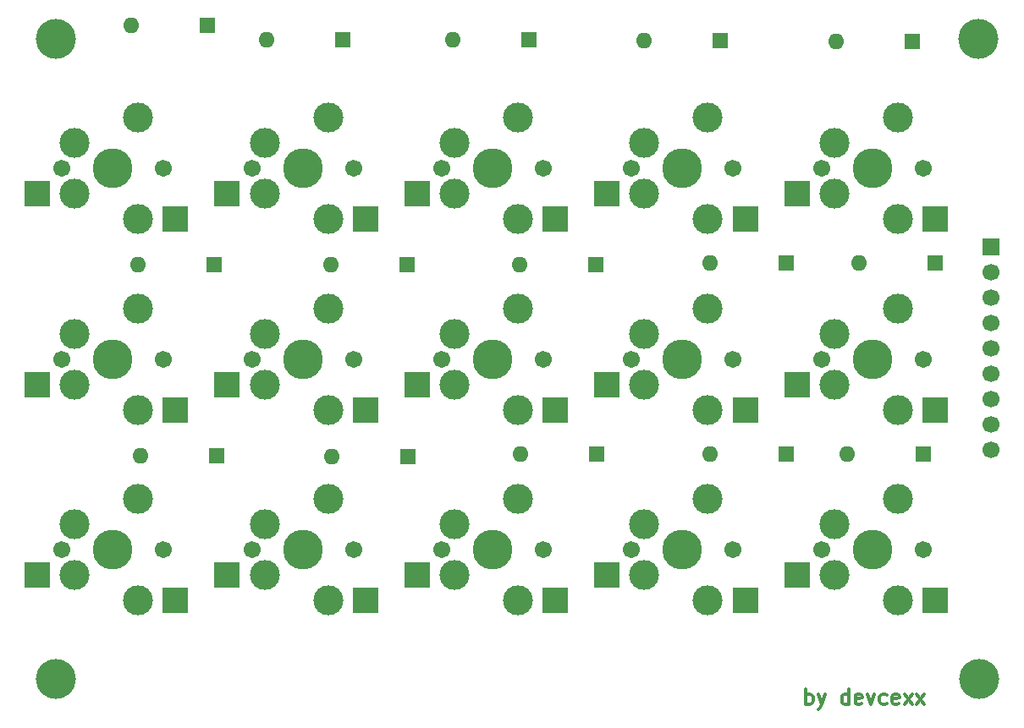
<source format=gts>
G04 #@! TF.GenerationSoftware,KiCad,Pcbnew,9.0.1*
G04 #@! TF.CreationDate,2025-04-27T05:08:37+02:00*
G04 #@! TF.ProjectId,testing-split-kb-3w-guard-pours,74657374-696e-4672-9d73-706c69742d6b,rev?*
G04 #@! TF.SameCoordinates,Original*
G04 #@! TF.FileFunction,Soldermask,Top*
G04 #@! TF.FilePolarity,Negative*
%FSLAX46Y46*%
G04 Gerber Fmt 4.6, Leading zero omitted, Abs format (unit mm)*
G04 Created by KiCad (PCBNEW 9.0.1) date 2025-04-27 05:08:37*
%MOMM*%
%LPD*%
G01*
G04 APERTURE LIST*
%ADD10C,0.300000*%
%ADD11R,1.600000X1.600000*%
%ADD12O,1.600000X1.600000*%
%ADD13C,4.000000*%
%ADD14C,1.701800*%
%ADD15C,3.000000*%
%ADD16C,3.987800*%
%ADD17R,2.550000X2.500000*%
%ADD18R,1.700000X1.700000*%
%ADD19C,1.700000*%
G04 APERTURE END LIST*
D10*
X159354510Y-103650828D02*
X159354510Y-102150828D01*
X159354510Y-102722257D02*
X159497368Y-102650828D01*
X159497368Y-102650828D02*
X159783082Y-102650828D01*
X159783082Y-102650828D02*
X159925939Y-102722257D01*
X159925939Y-102722257D02*
X159997368Y-102793685D01*
X159997368Y-102793685D02*
X160068796Y-102936542D01*
X160068796Y-102936542D02*
X160068796Y-103365114D01*
X160068796Y-103365114D02*
X159997368Y-103507971D01*
X159997368Y-103507971D02*
X159925939Y-103579400D01*
X159925939Y-103579400D02*
X159783082Y-103650828D01*
X159783082Y-103650828D02*
X159497368Y-103650828D01*
X159497368Y-103650828D02*
X159354510Y-103579400D01*
X160568796Y-102650828D02*
X160925939Y-103650828D01*
X161283082Y-102650828D02*
X160925939Y-103650828D01*
X160925939Y-103650828D02*
X160783082Y-104007971D01*
X160783082Y-104007971D02*
X160711653Y-104079400D01*
X160711653Y-104079400D02*
X160568796Y-104150828D01*
X163640225Y-103650828D02*
X163640225Y-102150828D01*
X163640225Y-103579400D02*
X163497367Y-103650828D01*
X163497367Y-103650828D02*
X163211653Y-103650828D01*
X163211653Y-103650828D02*
X163068796Y-103579400D01*
X163068796Y-103579400D02*
X162997367Y-103507971D01*
X162997367Y-103507971D02*
X162925939Y-103365114D01*
X162925939Y-103365114D02*
X162925939Y-102936542D01*
X162925939Y-102936542D02*
X162997367Y-102793685D01*
X162997367Y-102793685D02*
X163068796Y-102722257D01*
X163068796Y-102722257D02*
X163211653Y-102650828D01*
X163211653Y-102650828D02*
X163497367Y-102650828D01*
X163497367Y-102650828D02*
X163640225Y-102722257D01*
X164925939Y-103579400D02*
X164783082Y-103650828D01*
X164783082Y-103650828D02*
X164497368Y-103650828D01*
X164497368Y-103650828D02*
X164354510Y-103579400D01*
X164354510Y-103579400D02*
X164283082Y-103436542D01*
X164283082Y-103436542D02*
X164283082Y-102865114D01*
X164283082Y-102865114D02*
X164354510Y-102722257D01*
X164354510Y-102722257D02*
X164497368Y-102650828D01*
X164497368Y-102650828D02*
X164783082Y-102650828D01*
X164783082Y-102650828D02*
X164925939Y-102722257D01*
X164925939Y-102722257D02*
X164997368Y-102865114D01*
X164997368Y-102865114D02*
X164997368Y-103007971D01*
X164997368Y-103007971D02*
X164283082Y-103150828D01*
X165497367Y-102650828D02*
X165854510Y-103650828D01*
X165854510Y-103650828D02*
X166211653Y-102650828D01*
X167425939Y-103579400D02*
X167283081Y-103650828D01*
X167283081Y-103650828D02*
X166997367Y-103650828D01*
X166997367Y-103650828D02*
X166854510Y-103579400D01*
X166854510Y-103579400D02*
X166783081Y-103507971D01*
X166783081Y-103507971D02*
X166711653Y-103365114D01*
X166711653Y-103365114D02*
X166711653Y-102936542D01*
X166711653Y-102936542D02*
X166783081Y-102793685D01*
X166783081Y-102793685D02*
X166854510Y-102722257D01*
X166854510Y-102722257D02*
X166997367Y-102650828D01*
X166997367Y-102650828D02*
X167283081Y-102650828D01*
X167283081Y-102650828D02*
X167425939Y-102722257D01*
X168640224Y-103579400D02*
X168497367Y-103650828D01*
X168497367Y-103650828D02*
X168211653Y-103650828D01*
X168211653Y-103650828D02*
X168068795Y-103579400D01*
X168068795Y-103579400D02*
X167997367Y-103436542D01*
X167997367Y-103436542D02*
X167997367Y-102865114D01*
X167997367Y-102865114D02*
X168068795Y-102722257D01*
X168068795Y-102722257D02*
X168211653Y-102650828D01*
X168211653Y-102650828D02*
X168497367Y-102650828D01*
X168497367Y-102650828D02*
X168640224Y-102722257D01*
X168640224Y-102722257D02*
X168711653Y-102865114D01*
X168711653Y-102865114D02*
X168711653Y-103007971D01*
X168711653Y-103007971D02*
X167997367Y-103150828D01*
X169211652Y-103650828D02*
X169997367Y-102650828D01*
X169211652Y-102650828D02*
X169997367Y-103650828D01*
X170425938Y-103650828D02*
X171211653Y-102650828D01*
X170425938Y-102650828D02*
X171211653Y-103650828D01*
D11*
G04 #@! TO.C,D5*
X170000000Y-37300000D03*
D12*
X162380000Y-37300000D03*
G04 #@! TD*
D13*
G04 #@! TO.C,*
X84300000Y-101100000D03*
G04 #@! TD*
D14*
G04 #@! TO.C,SW11*
X84920000Y-88140000D03*
D15*
X86190000Y-85600000D03*
X86190000Y-90680000D03*
D16*
X90000000Y-88140000D03*
D15*
X92540000Y-83060000D03*
X92540000Y-93220000D03*
D14*
X95080000Y-88140000D03*
D17*
X96290000Y-93220000D03*
X82440000Y-90680000D03*
G04 #@! TD*
D14*
G04 #@! TO.C,SW15*
X160920000Y-88140000D03*
D15*
X162190000Y-85600000D03*
X162190000Y-90680000D03*
D16*
X166000000Y-88140000D03*
D15*
X168540000Y-83060000D03*
X168540000Y-93220000D03*
D14*
X171080000Y-88140000D03*
D17*
X172290000Y-93220000D03*
X158440000Y-90680000D03*
G04 #@! TD*
D14*
G04 #@! TO.C,SW1*
X84920000Y-50000000D03*
D15*
X86190000Y-47460000D03*
X86190000Y-52540000D03*
D16*
X90000000Y-50000000D03*
D15*
X92540000Y-44920000D03*
X92540000Y-55080000D03*
D14*
X95080000Y-50000000D03*
D17*
X96290000Y-55080000D03*
X82440000Y-52540000D03*
G04 #@! TD*
D14*
G04 #@! TO.C,SW5*
X160920000Y-50000000D03*
D15*
X162190000Y-47460000D03*
X162190000Y-52540000D03*
D16*
X166000000Y-50000000D03*
D15*
X168540000Y-44920000D03*
X168540000Y-55080000D03*
D14*
X171080000Y-50000000D03*
D17*
X172290000Y-55080000D03*
X158440000Y-52540000D03*
G04 #@! TD*
D14*
G04 #@! TO.C,SW2*
X103920000Y-50000000D03*
D15*
X105190000Y-47460000D03*
X105190000Y-52540000D03*
D16*
X109000000Y-50000000D03*
D15*
X111540000Y-44920000D03*
X111540000Y-55080000D03*
D14*
X114080000Y-50000000D03*
D17*
X115290000Y-55080000D03*
X101440000Y-52540000D03*
G04 #@! TD*
D11*
G04 #@! TO.C,D6*
X100110000Y-59600000D03*
D12*
X92490000Y-59600000D03*
G04 #@! TD*
D11*
G04 #@! TO.C,D7*
X119410000Y-59600000D03*
D12*
X111790000Y-59600000D03*
G04 #@! TD*
D11*
G04 #@! TO.C,D14*
X157410000Y-78600000D03*
D12*
X149790000Y-78600000D03*
G04 #@! TD*
D14*
G04 #@! TO.C,SW9*
X141920000Y-69100000D03*
D15*
X143190000Y-66560000D03*
X143190000Y-71640000D03*
D16*
X147000000Y-69100000D03*
D15*
X149540000Y-64020000D03*
X149540000Y-74180000D03*
D14*
X152080000Y-69100000D03*
D17*
X153290000Y-74180000D03*
X139440000Y-71640000D03*
G04 #@! TD*
D14*
G04 #@! TO.C,SW14*
X141920000Y-88140000D03*
D15*
X143190000Y-85600000D03*
X143190000Y-90680000D03*
D16*
X147000000Y-88140000D03*
D15*
X149540000Y-83060000D03*
X149540000Y-93220000D03*
D14*
X152080000Y-88140000D03*
D17*
X153290000Y-93220000D03*
X139440000Y-90680000D03*
G04 #@! TD*
D11*
G04 #@! TO.C,D4*
X150800000Y-37200000D03*
D12*
X143180000Y-37200000D03*
G04 #@! TD*
D11*
G04 #@! TO.C,D8*
X138300000Y-59600000D03*
D12*
X130680000Y-59600000D03*
G04 #@! TD*
D14*
G04 #@! TO.C,SW4*
X141920000Y-50000000D03*
D15*
X143190000Y-47460000D03*
X143190000Y-52540000D03*
D16*
X147000000Y-50000000D03*
D15*
X149540000Y-44920000D03*
X149540000Y-55080000D03*
D14*
X152080000Y-50000000D03*
D17*
X153290000Y-55080000D03*
X139440000Y-52540000D03*
G04 #@! TD*
D14*
G04 #@! TO.C,SW6*
X84920000Y-69100000D03*
D15*
X86190000Y-66560000D03*
X86190000Y-71640000D03*
D16*
X90000000Y-69100000D03*
D15*
X92540000Y-64020000D03*
X92540000Y-74180000D03*
D14*
X95080000Y-69100000D03*
D17*
X96290000Y-74180000D03*
X82440000Y-71640000D03*
G04 #@! TD*
D11*
G04 #@! TO.C,D9*
X157410000Y-59500000D03*
D12*
X149790000Y-59500000D03*
G04 #@! TD*
D14*
G04 #@! TO.C,SW8*
X122920000Y-69100000D03*
D15*
X124190000Y-66560000D03*
X124190000Y-71640000D03*
D16*
X128000000Y-69100000D03*
D15*
X130540000Y-64020000D03*
X130540000Y-74180000D03*
D14*
X133080000Y-69100000D03*
D17*
X134290000Y-74180000D03*
X120440000Y-71640000D03*
G04 #@! TD*
D14*
G04 #@! TO.C,SW7*
X103920000Y-69100000D03*
D15*
X105190000Y-66560000D03*
X105190000Y-71640000D03*
D16*
X109000000Y-69100000D03*
D15*
X111540000Y-64020000D03*
X111540000Y-74180000D03*
D14*
X114080000Y-69100000D03*
D17*
X115290000Y-74180000D03*
X101440000Y-71640000D03*
G04 #@! TD*
D13*
G04 #@! TO.C,*
X176600000Y-37000000D03*
G04 #@! TD*
D14*
G04 #@! TO.C,SW10*
X160920000Y-69100000D03*
D15*
X162190000Y-66560000D03*
X162190000Y-71640000D03*
D16*
X166000000Y-69100000D03*
D15*
X168540000Y-64020000D03*
X168540000Y-74180000D03*
D14*
X171080000Y-69100000D03*
D17*
X172290000Y-74180000D03*
X158440000Y-71640000D03*
G04 #@! TD*
D13*
G04 #@! TO.C,*
X176650000Y-101100000D03*
G04 #@! TD*
D11*
G04 #@! TO.C,D3*
X131600000Y-37100000D03*
D12*
X123980000Y-37100000D03*
G04 #@! TD*
D11*
G04 #@! TO.C,D12*
X119510000Y-78900000D03*
D12*
X111890000Y-78900000D03*
G04 #@! TD*
D13*
G04 #@! TO.C,*
X84300000Y-37000000D03*
G04 #@! TD*
D18*
G04 #@! TO.C,J1*
X177900000Y-57860000D03*
D19*
X177900000Y-60400000D03*
X177900000Y-62940000D03*
X177900000Y-65480000D03*
X177900000Y-68020000D03*
X177900000Y-70560000D03*
X177900000Y-73100000D03*
X177900000Y-75640000D03*
X177900000Y-78180000D03*
G04 #@! TD*
D14*
G04 #@! TO.C,SW13*
X122920000Y-88140000D03*
D15*
X124190000Y-85600000D03*
X124190000Y-90680000D03*
D16*
X128000000Y-88140000D03*
D15*
X130540000Y-83060000D03*
X130540000Y-93220000D03*
D14*
X133080000Y-88140000D03*
D17*
X134290000Y-93220000D03*
X120440000Y-90680000D03*
G04 #@! TD*
D11*
G04 #@! TO.C,D11*
X100410000Y-78800000D03*
D12*
X92790000Y-78800000D03*
G04 #@! TD*
D11*
G04 #@! TO.C,D1*
X99510000Y-35650000D03*
D12*
X91890000Y-35650000D03*
G04 #@! TD*
D11*
G04 #@! TO.C,D15*
X171110000Y-78600000D03*
D12*
X163490000Y-78600000D03*
G04 #@! TD*
D14*
G04 #@! TO.C,SW12*
X103920000Y-88140000D03*
D15*
X105190000Y-85600000D03*
X105190000Y-90680000D03*
D16*
X109000000Y-88140000D03*
D15*
X111540000Y-83060000D03*
X111540000Y-93220000D03*
D14*
X114080000Y-88140000D03*
D17*
X115290000Y-93220000D03*
X101440000Y-90680000D03*
G04 #@! TD*
D11*
G04 #@! TO.C,D13*
X138410000Y-78600000D03*
D12*
X130790000Y-78600000D03*
G04 #@! TD*
D11*
G04 #@! TO.C,D2*
X113000000Y-37100000D03*
D12*
X105380000Y-37100000D03*
G04 #@! TD*
D11*
G04 #@! TO.C,D10*
X172300000Y-59450000D03*
D12*
X164680000Y-59450000D03*
G04 #@! TD*
D14*
G04 #@! TO.C,SW3*
X122920000Y-50000000D03*
D15*
X124190000Y-47460000D03*
X124190000Y-52540000D03*
D16*
X128000000Y-50000000D03*
D15*
X130540000Y-44920000D03*
X130540000Y-55080000D03*
D14*
X133080000Y-50000000D03*
D17*
X134290000Y-55080000D03*
X120440000Y-52540000D03*
G04 #@! TD*
M02*

</source>
